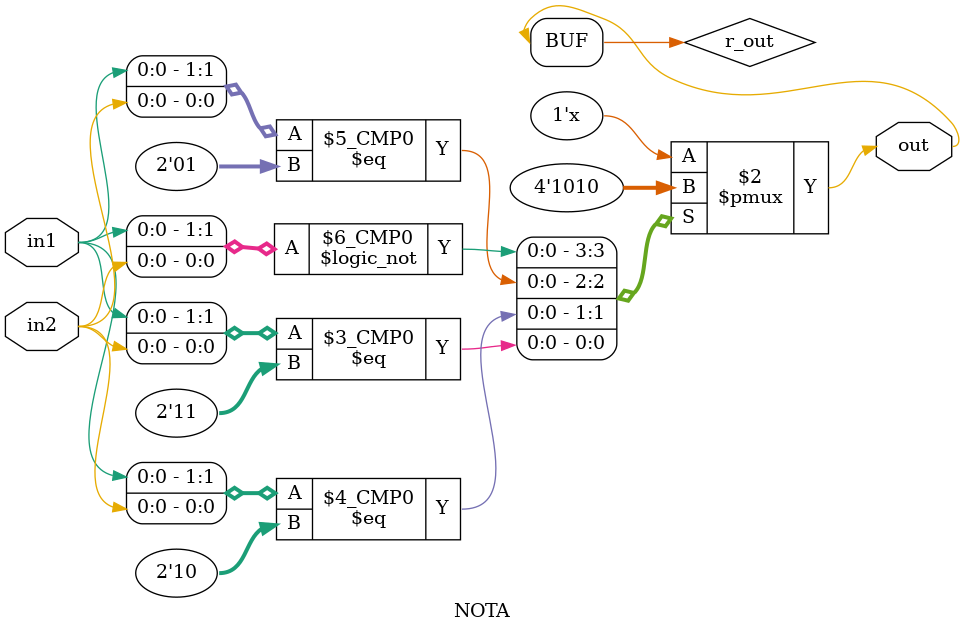
<source format=v>
module NOTA(output out, input in1, in2);
  reg r_out;
  assign out = r_out;
  always@(in1, in2)
    begin
      case({in1,in2})
        2'b00: out = 1'b1;
        2'b01: out = 1'b0;
        2'b10: out = 1'b1;
        2'b11: out = 1'b0;
        default: out = 1'b0;
      endcase
    end
endmodule

</source>
